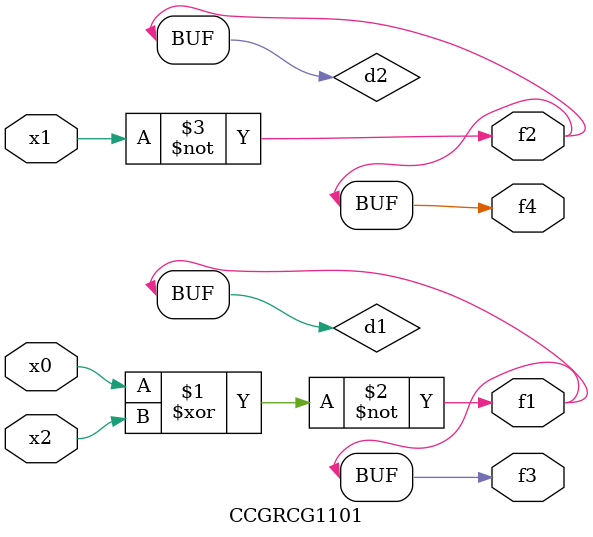
<source format=v>
module CCGRCG1101(
	input x0, x1, x2,
	output f1, f2, f3, f4
);

	wire d1, d2, d3;

	xnor (d1, x0, x2);
	nand (d2, x1);
	nor (d3, x1, x2);
	assign f1 = d1;
	assign f2 = d2;
	assign f3 = d1;
	assign f4 = d2;
endmodule

</source>
